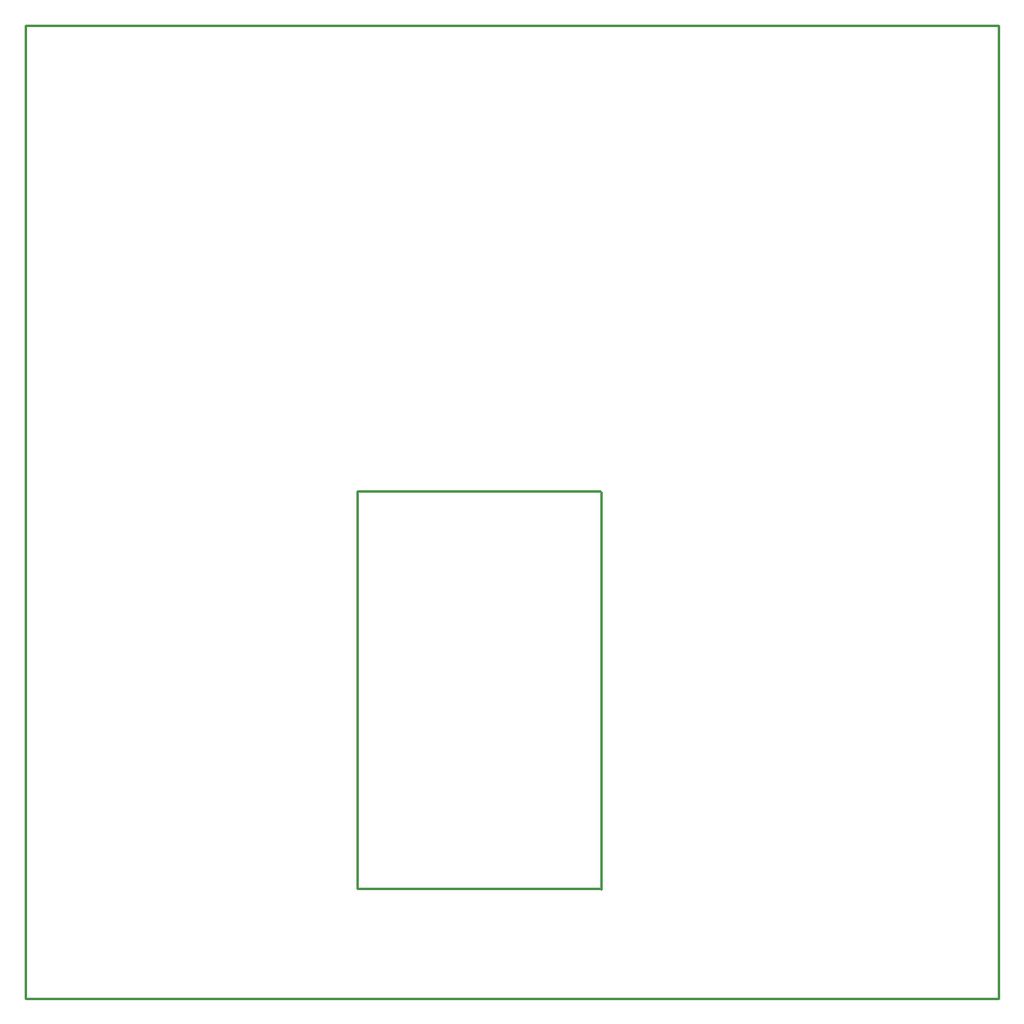
<source format=gm1>
G04 Layer_Color=16711935*
%FSLAX25Y25*%
%MOIN*%
G70*
G01*
G75*
%ADD55C,0.01000*%
D55*
X233500Y44291D02*
Y205709D01*
X134787Y206000D02*
X233213D01*
X134500Y44500D02*
X232925D01*
X134500D02*
Y205917D01*
X0Y395000D02*
X395000D01*
X0Y0D02*
Y395000D01*
Y0D02*
X395000D01*
Y395000D01*
M02*

</source>
